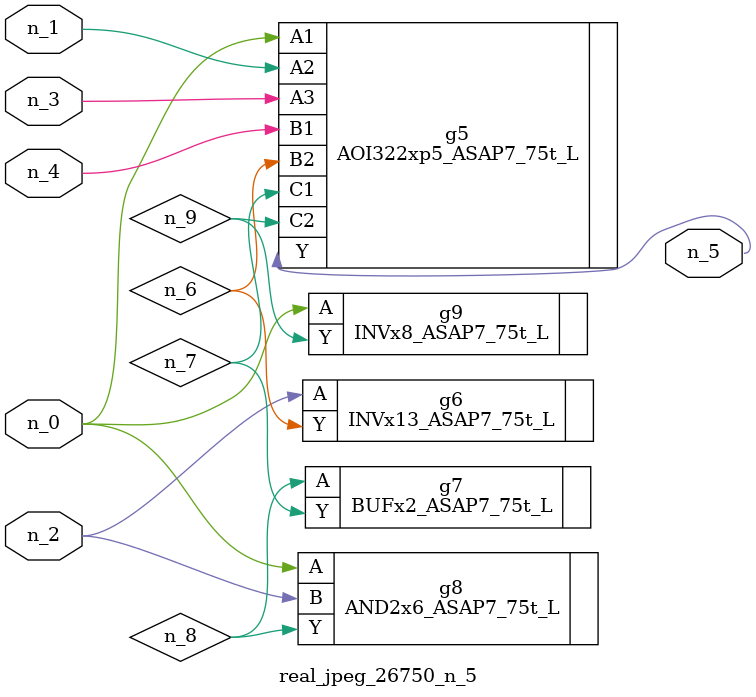
<source format=v>
module real_jpeg_26750_n_5 (n_4, n_0, n_1, n_2, n_3, n_5);

input n_4;
input n_0;
input n_1;
input n_2;
input n_3;

output n_5;

wire n_8;
wire n_6;
wire n_7;
wire n_9;

AOI322xp5_ASAP7_75t_L g5 ( 
.A1(n_0),
.A2(n_1),
.A3(n_3),
.B1(n_4),
.B2(n_6),
.C1(n_7),
.C2(n_9),
.Y(n_5)
);

AND2x6_ASAP7_75t_L g8 ( 
.A(n_0),
.B(n_2),
.Y(n_8)
);

INVx8_ASAP7_75t_L g9 ( 
.A(n_0),
.Y(n_9)
);

INVx13_ASAP7_75t_L g6 ( 
.A(n_2),
.Y(n_6)
);

BUFx2_ASAP7_75t_L g7 ( 
.A(n_8),
.Y(n_7)
);


endmodule
</source>
